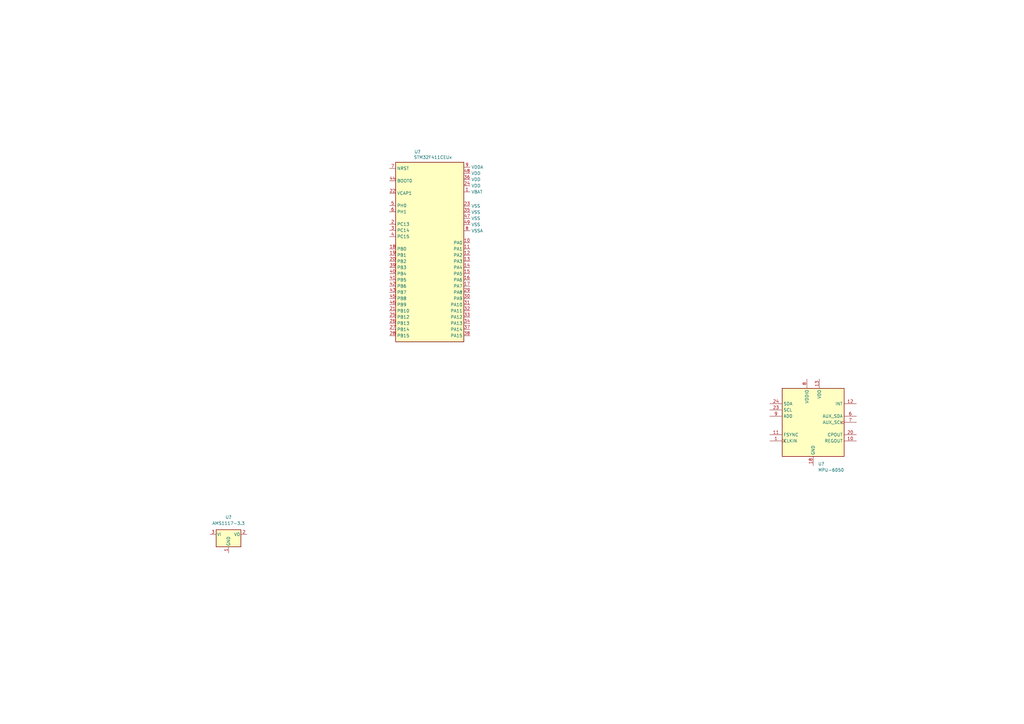
<source format=kicad_sch>
(kicad_sch (version 20211123) (generator eeschema)
  (paper "A3")
  (lib_symbols
    (symbol "MCU_ST_STM32F4:STM32F411CEUx"
      (property "Reference" "U?" (at 7.0994 40.386 0))
      (property "Value" "STM32F411CEUx" (at 7.0994 37.846 0))
      (symbol "STM32F411CEUx_0_1"
        (rectangle (start -15.24 -38.1) (end 12.7 35.56) (stroke (width 0.254)) (fill (type background)))
      )
      (symbol "STM32F411CEUx_1_1"
        (pin power_in line (at 12.7254 23.3934 0) (length 2.54) (name "VBAT") (number "1"))
        (pin bidirectional line (at 15.24 2.54 180) (length 2.54) (name "PA0") (number "10"))
        (pin bidirectional line (at 15.24 0 180) (length 2.54) (name "PA1") (number "11"))
        (pin bidirectional line (at 15.24 -2.54 180) (length 2.54) (name "PA2") (number "12"))
        (pin bidirectional line (at 15.24 -5.08 180) (length 2.54) (name "PA3") (number "13"))
        (pin bidirectional line (at 15.24 -7.62 180) (length 2.54) (name "PA4") (number "14"))
        (pin bidirectional line (at 15.24 -10.16 180) (length 2.54) (name "PA5") (number "15"))
        (pin bidirectional line (at 15.24 -12.7 180) (length 2.54) (name "PA6") (number "16"))
        (pin bidirectional line (at 15.24 -15.24 180) (length 2.54) (name "PA7") (number "17"))
        (pin bidirectional line (at -17.78 0 0) (length 2.54) (name "PB0") (number "18"))
        (pin bidirectional line (at -17.78 -2.54 0) (length 2.54) (name "PB1") (number "19"))
        (pin bidirectional line (at -17.78 10.16 0) (length 2.54) (name "PC13") (number "2"))
        (pin bidirectional line (at -17.78 -5.08 0) (length 2.54) (name "PB2") (number "20"))
        (pin bidirectional line (at -17.78 -25.4 0) (length 2.54) (name "PB10") (number "21"))
        (pin power_in line (at -17.78 22.86 0) (length 2.54) (name "VCAP1") (number "22"))
        (pin power_in line (at 12.7254 17.6022 0) (length 2.54) (name "VSS") (number "23"))
        (pin power_in line (at 12.7254 25.9334 0) (length 2.54) (name "VDD") (number "24"))
        (pin bidirectional line (at -17.78 -27.94 0) (length 2.54) (name "PB12") (number "25"))
        (pin bidirectional line (at -17.78 -30.48 0) (length 2.54) (name "PB13") (number "26"))
        (pin bidirectional line (at -17.78 -33.02 0) (length 2.54) (name "PB14") (number "27"))
        (pin bidirectional line (at -17.78 -35.56 0) (length 2.54) (name "PB15") (number "28"))
        (pin bidirectional line (at 15.24 -17.78 180) (length 2.54) (name "PA8") (number "29"))
        (pin bidirectional line (at -17.78 7.62 0) (length 2.54) (name "PC14") (number "3"))
        (pin bidirectional line (at 15.24 -20.32 180) (length 2.54) (name "PA9") (number "30"))
        (pin bidirectional line (at 15.24 -22.86 180) (length 2.54) (name "PA10") (number "31"))
        (pin bidirectional line (at 15.24 -25.4 180) (length 2.54) (name "PA11") (number "32"))
        (pin bidirectional line (at 15.24 -27.94 180) (length 2.54) (name "PA12") (number "33"))
        (pin bidirectional line (at 15.24 -30.48 180) (length 2.54) (name "PA13") (number "34"))
        (pin power_in line (at 12.7254 15.0622 0) (length 2.54) (name "VSS") (number "35"))
        (pin power_in line (at 12.7254 28.4734 0) (length 2.54) (name "VDD") (number "36"))
        (pin bidirectional line (at 15.24 -33.02 180) (length 2.54) (name "PA14") (number "37"))
        (pin bidirectional line (at 15.24 -35.56 180) (length 2.54) (name "PA15") (number "38"))
        (pin bidirectional line (at -17.78 -7.62 0) (length 2.54) (name "PB3") (number "39"))
        (pin bidirectional line (at -17.78 5.08 0) (length 2.54) (name "PC15") (number "4"))
        (pin bidirectional line (at -17.78 -10.16 0) (length 2.54) (name "PB4") (number "40"))
        (pin bidirectional line (at -17.78 -12.7 0) (length 2.54) (name "PB5") (number "41"))
        (pin bidirectional line (at -17.78 -15.24 0) (length 2.54) (name "PB6") (number "42"))
        (pin bidirectional line (at -17.78 -17.78 0) (length 2.54) (name "PB7") (number "43"))
        (pin input line (at -17.78 27.94 0) (length 2.54) (name "BOOT0") (number "44"))
        (pin bidirectional line (at -17.78 -20.32 0) (length 2.54) (name "PB8") (number "45"))
        (pin bidirectional line (at -17.78 -22.86 0) (length 2.54) (name "PB9") (number "46"))
        (pin power_in line (at 12.7254 12.5222 0) (length 2.54) (name "VSS") (number "47"))
        (pin power_in line (at 12.7254 31.0134 0) (length 2.54) (name "VDD") (number "48"))
        (pin power_in line (at 12.7254 9.9822 0) (length 2.54) (name "VSS") (number "49"))
        (pin input line (at -17.78 17.78 0) (length 2.54) (name "PH0") (number "5"))
        (pin input line (at -17.78 15.24 0) (length 2.54) (name "PH1") (number "6"))
        (pin input line (at -17.78 33.02 0) (length 2.54) (name "NRST") (number "7"))
        (pin power_in line (at 12.7254 7.4422 0) (length 2.54) (name "VSSA") (number "8"))
        (pin power_in line (at 12.7254 33.5534 0) (length 2.54) (name "VDDA") (number "9"))
      )
    )
    (symbol "Regulator_Linear:AMS1117-3.3" (pin_names (offset 0.254))
      (property "Reference" "U" (at -3.81 3.175 0))
      (property "Value" "AMS1117-3.3" (at 0 3.175 0))
      (symbol "AMS1117-3.3_0_1"
        (rectangle (start -5.08 -5.08) (end 5.08 1.905) (stroke (width 0.254)) (fill (type background)))
      )
      (symbol "AMS1117-3.3_1_1"
        (pin power_in line (at 0 -7.62 90) (length 2.54) (name "GND") (number "1"))
        (pin power_out line (at 7.62 0 180) (length 2.54) (name "VO") (number "2"))
        (pin power_in line (at -7.62 0 0) (length 2.54) (name "VI") (number "3"))
      )
    )
    (symbol "Sensor_Motion:MPU-6050"
      (property "Reference" "U" (at -11.43 13.97 0))
      (property "Value" "MPU-6050" (at 7.62 -15.24 0))
      (symbol "MPU-6050_0_0"
        (text "" (at 12.7 -2.54 0) (effects (font (size 1.27 1.27))))
      )
      (symbol "MPU-6050_0_1"
        (rectangle (start -12.7 13.97) (end 12.7 -13.97) (stroke (width 0.254)) (fill (type background)))
      )
      (symbol "MPU-6050_1_1"
        (pin input clock (at -17.78 -7.62 0) (length 5.08) (name "CLKIN") (number "1"))
        (pin passive line (at 17.78 -7.62 180) (length 5.08) (name "REGOUT") (number "10"))
        (pin input line (at -17.78 -5.08 0) (length 5.08) (name "FSYNC") (number "11"))
        (pin output line (at 17.78 7.62 180) (length 5.08) (name "INT") (number "12"))
        (pin power_in line (at 2.54 17.78 270) (length 3.81) (name "VDD") (number "13"))
        (pin no_connect line (at -12.7 -10.16 0) (length 2.54) hide (name "NC") (number "14"))
        (pin no_connect line (at 12.7 12.7 180) (length 2.54) hide (name "NC") (number "15"))
        (pin no_connect line (at 12.7 10.16 180) (length 2.54) hide (name "NC") (number "16"))
        (pin no_connect line (at 12.7 5.08 180) (length 2.54) hide (name "NC") (number "17"))
        (pin power_in line (at 0 -17.78 90) (length 3.81) (name "GND") (number "18"))
        (pin no_connect line (at 12.7 -10.16 180) (length 2.54) hide (name "NC") (number "19"))
        (pin no_connect line (at -12.7 12.7 0) (length 2.54) hide (name "NC") (number "2"))
        (pin passive line (at 17.78 -5.08 180) (length 5.08) (name "CPOUT") (number "20"))
        (pin no_connect line (at 12.7 -2.54 180) (length 2.54) hide (name "NC") (number "21"))
        (pin no_connect line (at 12.7 -12.7 180) (length 2.54) hide (name "NC") (number "22"))
        (pin input line (at -17.78 5.08 0) (length 5.08) (name "SCL") (number "23"))
        (pin bidirectional line (at -17.78 7.62 0) (length 5.08) (name "SDA") (number "24"))
        (pin no_connect line (at -12.7 10.16 0) (length 2.54) hide (name "NC") (number "3"))
        (pin no_connect line (at -12.7 0 0) (length 2.54) hide (name "NC") (number "4"))
        (pin no_connect line (at -12.7 -2.54 0) (length 2.54) hide (name "NC") (number "5"))
        (pin bidirectional line (at 17.78 2.54 180) (length 5.08) (name "AUX_SDA") (number "6"))
        (pin output clock (at 17.78 0 180) (length 5.08) (name "AUX_SCL") (number "7"))
        (pin power_in line (at -2.54 17.78 270) (length 3.81) (name "VDDIO") (number "8"))
        (pin input line (at -17.78 2.54 0) (length 5.08) (name "AD0") (number "9"))
      )
    )
  )
  (symbol (lib_id "Regulator_Linear:AMS1117-3.3") (at 93.726 219.202 0) (unit 1)
    (property "Reference" "U?" (at 93.726 212.09 0))
    (property "Value" "AMS1117-3.3" (at 93.726 214.63 0))
    (property "Footprint" "Package_TO_SOT_SMD:SOT-223-3_TabPin2" (effects hide))
    (property "Datasheet" "http://www.advanced-monolithic.com/pdf/ds1117.pdf" (effects hide))
  )
  (symbol (lib_id "Sensor_Motion:MPU-6050") (at 333.502 173.228 0) (unit 1)
    (property "Reference" "U?" (at 335.5214 190.246 0) (effects (justify left)))
    (property "Value" "MPU-6050" (at 335.5214 192.786 0) (effects (justify left)))
    (property "Footprint" "Sensor_Motion:InvenSense_QFN-24_4x4mm_P0.5mm" (effects hide))
    (property "Datasheet" "https://store.invensense.com/datasheets/invensense/MPU-6050_DataSheet_V3%204.pdf" (effects hide))
  )
  (symbol (lib_id "MCU_ST_STM32F4:STM32F411CEUx") (at 177.546 102.108 0) (unit 1)
    (property "Reference" "U?" (at 169.926 62.23 0) (effects (justify left)))
    (property "Value" "STM32F411CEUx" (at 169.672 64.516 0) (effects (justify left)))
    (property "Footprint" "Package_DFN_QFN:QFN-48-1EP_7x7mm_P0.5mm_EP5.6x5.6mm" (effects hide))
    (property "Datasheet" "http://www.st.com/st-web-ui/static/active/en/resource/technical/document/datasheet/DM00115249.pdf" (effects hide))
  )
)
</source>
